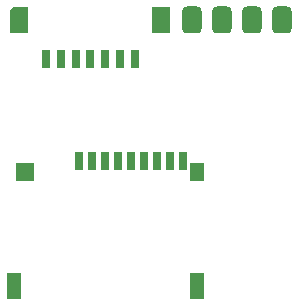
<source format=gbr>
%TF.GenerationSoftware,KiCad,Pcbnew,7.0.2-0*%
%TF.CreationDate,2023-05-15T13:16:41+08:00*%
%TF.ProjectId,slimarm_carambola,736c696d-6172-46d5-9f63-6172616d626f,rev?*%
%TF.SameCoordinates,Original*%
%TF.FileFunction,Paste,Bot*%
%TF.FilePolarity,Positive*%
%FSLAX46Y46*%
G04 Gerber Fmt 4.6, Leading zero omitted, Abs format (unit mm)*
G04 Created by KiCad (PCBNEW 7.0.2-0) date 2023-05-15 13:16:41*
%MOMM*%
%LPD*%
G01*
G04 APERTURE LIST*
G04 Aperture macros list*
%AMRoundRect*
0 Rectangle with rounded corners*
0 $1 Rounding radius*
0 $2 $3 $4 $5 $6 $7 $8 $9 X,Y pos of 4 corners*
0 Add a 4 corners polygon primitive as box body*
4,1,4,$2,$3,$4,$5,$6,$7,$8,$9,$2,$3,0*
0 Add four circle primitives for the rounded corners*
1,1,$1+$1,$2,$3*
1,1,$1+$1,$4,$5*
1,1,$1+$1,$6,$7*
1,1,$1+$1,$8,$9*
0 Add four rect primitives between the rounded corners*
20,1,$1+$1,$2,$3,$4,$5,0*
20,1,$1+$1,$4,$5,$6,$7,0*
20,1,$1+$1,$6,$7,$8,$9,0*
20,1,$1+$1,$8,$9,$2,$3,0*%
%AMOutline5P*
0 Free polygon, 5 corners , with rotation*
0 The origin of the aperture is its center*
0 number of corners: always 5*
0 $1 to $10 corner X, Y*
0 $11 Rotation angle, in degrees counterclockwise*
0 create outline with 5 corners*
4,1,5,$1,$2,$3,$4,$5,$6,$7,$8,$9,$10,$1,$2,$11*%
%AMOutline6P*
0 Free polygon, 6 corners , with rotation*
0 The origin of the aperture is its center*
0 number of corners: always 6*
0 $1 to $12 corner X, Y*
0 $13 Rotation angle, in degrees counterclockwise*
0 create outline with 6 corners*
4,1,6,$1,$2,$3,$4,$5,$6,$7,$8,$9,$10,$11,$12,$1,$2,$13*%
%AMOutline7P*
0 Free polygon, 7 corners , with rotation*
0 The origin of the aperture is its center*
0 number of corners: always 7*
0 $1 to $14 corner X, Y*
0 $15 Rotation angle, in degrees counterclockwise*
0 create outline with 7 corners*
4,1,7,$1,$2,$3,$4,$5,$6,$7,$8,$9,$10,$11,$12,$13,$14,$1,$2,$15*%
%AMOutline8P*
0 Free polygon, 8 corners , with rotation*
0 The origin of the aperture is its center*
0 number of corners: always 8*
0 $1 to $16 corner X, Y*
0 $17 Rotation angle, in degrees counterclockwise*
0 create outline with 8 corners*
4,1,8,$1,$2,$3,$4,$5,$6,$7,$8,$9,$10,$11,$12,$13,$14,$15,$16,$1,$2,$17*%
G04 Aperture macros list end*
%ADD10RoundRect,0.419100X0.419100X-0.723900X0.419100X0.723900X-0.419100X0.723900X-0.419100X-0.723900X0*%
%ADD11R,1.200000X2.200000*%
%ADD12R,1.200000X1.500000*%
%ADD13R,1.600000X1.600000*%
%ADD14R,0.700000X1.600000*%
%ADD15R,0.711200X1.600000*%
%ADD16Outline5P,-0.800100X0.784860X-0.480060X1.104900X0.800100X1.104900X0.800100X-1.104900X-0.800100X-1.104900X0.000000*%
%ADD17R,1.600200X2.209800*%
G04 APERTURE END LIST*
D10*
%TO.C,J2*%
X39430000Y-15110000D03*
X36890000Y-15110000D03*
X34350000Y-15110000D03*
X31810000Y-15110000D03*
%TD*%
D11*
%TO.C,U4*%
X32250000Y-37570000D03*
D12*
X32250000Y-27970000D03*
D13*
X17650000Y-27920000D03*
D11*
X16750000Y-37570000D03*
D14*
X22250000Y-26970000D03*
X23350000Y-26970000D03*
X24450000Y-26970000D03*
X25550000Y-26970000D03*
X26650000Y-26970000D03*
X27750000Y-26970000D03*
X28850000Y-26970000D03*
X29950000Y-26970000D03*
X31050000Y-26970000D03*
%TD*%
D15*
%TO.C,J4*%
X26940000Y-18380000D03*
X25690000Y-18380000D03*
X24440000Y-18380000D03*
X23190000Y-18380000D03*
X21940000Y-18380000D03*
X20690000Y-18380000D03*
X19440000Y-18380000D03*
D16*
X17192900Y-15078000D03*
D17*
X29187100Y-15078000D03*
%TD*%
M02*

</source>
